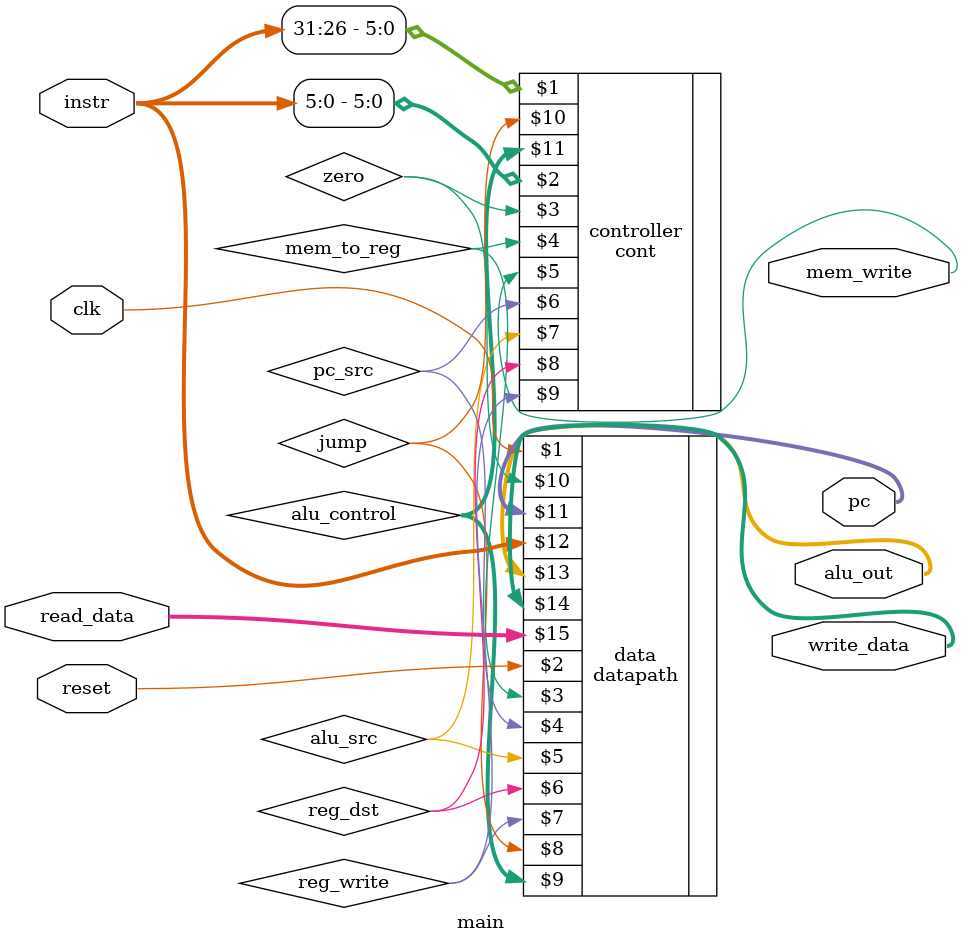
<source format=v>
`timescale 1ns / 1ps


module main(
    input clk, reset,
    output [31:0] pc,
    input [31:0] instr,
    output mem_write,
    output [31:0] alu_out, write_data,
    input [31:0] read_data
    );
    
    wire mem_to_reg, branch, alu_src, reg_dst, reg_write, jump, zero, pc_src;
    wire [2:0] alu_control;
    
    cont controller(instr[31:26], instr[5:0], zero, mem_to_reg, mem_write, pc_src, alu_src, reg_dst, reg_write, jump, alu_control);
    datapath data(clk, reset, mem_to_reg, pc_src, alu_src, reg_dst, reg_write, jump, alu_control, zero, pc, instr, alu_out, write_data, read_data);
    
    
endmodule

</source>
